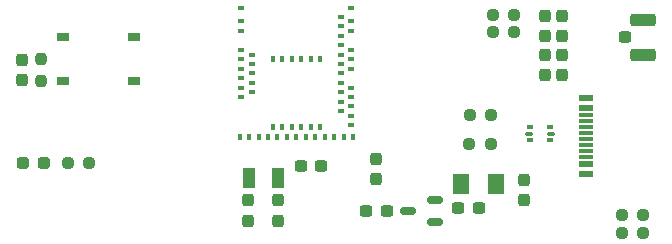
<source format=gtp>
G04 #@! TF.GenerationSoftware,KiCad,Pcbnew,8.0.3*
G04 #@! TF.CreationDate,2024-08-20T17:09:34+02:00*
G04 #@! TF.ProjectId,MDBT50Q-breakout,4d444254-3530-4512-9d62-7265616b6f75,rev?*
G04 #@! TF.SameCoordinates,Original*
G04 #@! TF.FileFunction,Paste,Top*
G04 #@! TF.FilePolarity,Positive*
%FSLAX46Y46*%
G04 Gerber Fmt 4.6, Leading zero omitted, Abs format (unit mm)*
G04 Created by KiCad (PCBNEW 8.0.3) date 2024-08-20 17:09:34*
%MOMM*%
%LPD*%
G01*
G04 APERTURE LIST*
G04 Aperture macros list*
%AMRoundRect*
0 Rectangle with rounded corners*
0 $1 Rounding radius*
0 $2 $3 $4 $5 $6 $7 $8 $9 X,Y pos of 4 corners*
0 Add a 4 corners polygon primitive as box body*
4,1,4,$2,$3,$4,$5,$6,$7,$8,$9,$2,$3,0*
0 Add four circle primitives for the rounded corners*
1,1,$1+$1,$2,$3*
1,1,$1+$1,$4,$5*
1,1,$1+$1,$6,$7*
1,1,$1+$1,$8,$9*
0 Add four rect primitives between the rounded corners*
20,1,$1+$1,$2,$3,$4,$5,0*
20,1,$1+$1,$4,$5,$6,$7,0*
20,1,$1+$1,$6,$7,$8,$9,0*
20,1,$1+$1,$8,$9,$2,$3,0*%
G04 Aperture macros list end*
%ADD10RoundRect,0.237500X0.250000X0.237500X-0.250000X0.237500X-0.250000X-0.237500X0.250000X-0.237500X0*%
%ADD11R,1.150000X0.600000*%
%ADD12R,1.150000X0.300000*%
%ADD13RoundRect,0.237500X0.237500X-0.300000X0.237500X0.300000X-0.237500X0.300000X-0.237500X-0.300000X0*%
%ADD14RoundRect,0.237500X-0.250000X-0.237500X0.250000X-0.237500X0.250000X0.237500X-0.250000X0.237500X0*%
%ADD15RoundRect,0.237500X-0.237500X0.250000X-0.237500X-0.250000X0.237500X-0.250000X0.237500X0.250000X0*%
%ADD16RoundRect,0.237500X-0.287500X-0.237500X0.287500X-0.237500X0.287500X0.237500X-0.287500X0.237500X0*%
%ADD17RoundRect,0.237500X-0.300000X-0.237500X0.300000X-0.237500X0.300000X0.237500X-0.300000X0.237500X0*%
%ADD18RoundRect,0.237500X-0.237500X0.300000X-0.237500X-0.300000X0.237500X-0.300000X0.237500X0.300000X0*%
%ADD19RoundRect,0.250000X-0.275000X-0.250000X0.275000X-0.250000X0.275000X0.250000X-0.275000X0.250000X0*%
%ADD20RoundRect,0.250000X-0.850000X-0.275000X0.850000X-0.275000X0.850000X0.275000X-0.850000X0.275000X0*%
%ADD21R,1.000000X1.800000*%
%ADD22R,0.600000X0.400000*%
%ADD23R,0.400000X0.600000*%
%ADD24RoundRect,0.093750X0.156250X0.093750X-0.156250X0.093750X-0.156250X-0.093750X0.156250X-0.093750X0*%
%ADD25RoundRect,0.075000X0.250000X0.075000X-0.250000X0.075000X-0.250000X-0.075000X0.250000X-0.075000X0*%
%ADD26RoundRect,0.237500X0.300000X0.237500X-0.300000X0.237500X-0.300000X-0.237500X0.300000X-0.237500X0*%
%ADD27R,1.000000X0.750000*%
%ADD28RoundRect,0.150000X0.512500X0.150000X-0.512500X0.150000X-0.512500X-0.150000X0.512500X-0.150000X0*%
%ADD29RoundRect,0.250001X0.462499X0.624999X-0.462499X0.624999X-0.462499X-0.624999X0.462499X-0.624999X0*%
G04 APERTURE END LIST*
D10*
X97200000Y-101800000D03*
X95375000Y-101800000D03*
D11*
X105220000Y-104300000D03*
X105220000Y-103500000D03*
D12*
X105220000Y-102350000D03*
X105220000Y-101350000D03*
X105220000Y-100850000D03*
X105220000Y-99850000D03*
D11*
X105220000Y-97900000D03*
X105220000Y-98700000D03*
D12*
X105220000Y-99350000D03*
X105220000Y-100350000D03*
X105220000Y-101850000D03*
X105220000Y-102850000D03*
D13*
X100000000Y-106525000D03*
X100000000Y-104800000D03*
X101800000Y-95925000D03*
X101800000Y-94200000D03*
D14*
X97350000Y-90860000D03*
X99175000Y-90860000D03*
D10*
X99162500Y-92325000D03*
X97337500Y-92325000D03*
D14*
X108275000Y-107750000D03*
X110100000Y-107750000D03*
D15*
X59060000Y-94596053D03*
X59060000Y-96421053D03*
D16*
X57602500Y-103400000D03*
X59352500Y-103400000D03*
D17*
X94437500Y-107200000D03*
X96162500Y-107200000D03*
D18*
X79200000Y-106550000D03*
X79200000Y-108275000D03*
D10*
X63202500Y-103390000D03*
X61377500Y-103390000D03*
X97212500Y-99350000D03*
X95387500Y-99350000D03*
D18*
X101800000Y-90900000D03*
X101800000Y-92625000D03*
X103250000Y-90900000D03*
X103250000Y-92625000D03*
D19*
X108550000Y-92750000D03*
D20*
X110075000Y-91275000D03*
X110075000Y-94225000D03*
D21*
X79175000Y-104625000D03*
X76675000Y-104625000D03*
D22*
X76072500Y-90300000D03*
X76072500Y-91400000D03*
X76072500Y-92200000D03*
X76072500Y-93800000D03*
X76972500Y-94200000D03*
X76072500Y-94600000D03*
X76972500Y-95000000D03*
X76072500Y-95400000D03*
X76972500Y-95800000D03*
X76072500Y-96200000D03*
X76972500Y-96600000D03*
X76072500Y-97000000D03*
X76972500Y-97400000D03*
X76072500Y-97800000D03*
D23*
X75922500Y-101200000D03*
X76722500Y-101200000D03*
X77522500Y-101200000D03*
X78322500Y-101200000D03*
X78722500Y-100300000D03*
X79122500Y-101200000D03*
X79522500Y-100300000D03*
X79922500Y-101200000D03*
X80322500Y-100300000D03*
X80722500Y-101200000D03*
X81122500Y-100300000D03*
X81522500Y-101200000D03*
X81922500Y-100300000D03*
X82322500Y-101200000D03*
X82722500Y-100300000D03*
X83122500Y-101200000D03*
X83922500Y-101200000D03*
X84722500Y-101200000D03*
X85522500Y-101200000D03*
D22*
X85372500Y-100200000D03*
X85372500Y-99400000D03*
X84472500Y-99000000D03*
X85372500Y-98600000D03*
X84472500Y-98200000D03*
X85372500Y-97800000D03*
X84472500Y-97400000D03*
X85372500Y-97000000D03*
X84472500Y-96600000D03*
X84472500Y-95800000D03*
X85372500Y-95400000D03*
X84472500Y-95000000D03*
X85372500Y-94600000D03*
X84472500Y-94200000D03*
X85372500Y-93800000D03*
X84472500Y-93400000D03*
X84472500Y-92600000D03*
X85372500Y-92200000D03*
X84472500Y-91800000D03*
X85372500Y-91400000D03*
X84472500Y-91000000D03*
X85372500Y-90300000D03*
D23*
X78722500Y-94600000D03*
X79522500Y-94600000D03*
X80322500Y-94600000D03*
X81122500Y-94600000D03*
X81922500Y-94600000D03*
X82722500Y-94600000D03*
D24*
X102200000Y-100350000D03*
D25*
X102275000Y-100887500D03*
D24*
X102200000Y-101425000D03*
X100500000Y-101425000D03*
D25*
X100425000Y-100887500D03*
D24*
X100500000Y-100350000D03*
D13*
X87500000Y-104775000D03*
X87500000Y-103050000D03*
D26*
X88362500Y-107450000D03*
X86637500Y-107450000D03*
D27*
X66935000Y-96433553D03*
X60935000Y-96433553D03*
X66935000Y-92683553D03*
X60935000Y-92683553D03*
D13*
X103250000Y-95925000D03*
X103250000Y-94200000D03*
D26*
X82800000Y-103675000D03*
X81075000Y-103675000D03*
D28*
X92475000Y-108400000D03*
X92475000Y-106500000D03*
X90200000Y-107450000D03*
D10*
X110112500Y-109275000D03*
X108287500Y-109275000D03*
D13*
X57460000Y-96371053D03*
X57460000Y-94646053D03*
D29*
X97600000Y-105125000D03*
X94625000Y-105125000D03*
D18*
X76650000Y-106550000D03*
X76650000Y-108275000D03*
M02*

</source>
